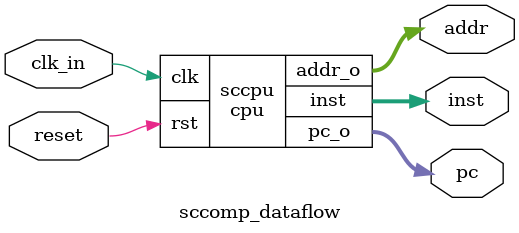
<source format=v>
`timescale 1ns/1ns
module PC(
  input clk,
  input rst,
  input wena,
  input [31:0] addr,
  output reg [31:0] pc
);

always @(posedge clk or posedge rst) begin
  if (rst) begin
    pc<=32'h00400000;
  end else if (wena) begin
    pc<=addr;
  end else begin
    pc<=pc+4;
  end
end
endmodule // PC

module IM(
  input [31:0] pc,
  output wire [31:0] instruction,
  output wire [31:0] pcout
);
wire [31:0] mpc;
assign mpc=pc-32'h00400000;
distMem IMem(
  .a(mpc[12:2]),
  .spo(instruction)
);
assign pcout=pc;
endmodule // IM

module DM(
  input clk,
  input wena,
  input [31:0] raddr,
  input [31:0] waddr,
  input [31:0] wdata,
  output [31:0] rdata
);
wire [31:0] mraddr;
wire [31:0] mwaddr;
assign mraddr=(raddr-32'h10010000)>>2;
assign mwaddr=(waddr-32'h10010000)>>2;
reg [31:0] DMem [0:65535];
assign rdata=DMem[mraddr];
always @(negedge clk) begin
  if (wena) begin
    DMem[mwaddr]<=wdata;
  end
end
endmodule // DM

module regfile(
  input clk,
  input rst,
  input wena,
  input [4:0]raddr1,
  input [4:0]raddr2,
  input [4:0]waddr,
  input [31:0] wdata,
  output [31:0] rdata1,
  output [31:0] rdata2
);
reg [31:0] array_reg [0:31];
assign rdata1=array_reg[raddr1];
assign rdata2=array_reg[raddr2];
always @(posedge rst) begin
  array_reg[0]<=0;
  array_reg[1]<=0;
  array_reg[2]<=0;
  array_reg[3]<=0;
  array_reg[4]<=0;
  array_reg[5]<=0;
  array_reg[6]<=0;
  array_reg[7]<=0;
  array_reg[8]<=0;
  array_reg[9]<=0;
  array_reg[10]<=0;
  array_reg[11]<=0;
  array_reg[12]<=0;
  array_reg[13]<=0;
  array_reg[14]<=0;
  array_reg[15]<=0;
  array_reg[16]<=0;
  array_reg[17]<=0;
  array_reg[18]<=0;
  array_reg[19]<=0;
  array_reg[20]<=0;
  array_reg[21]<=0;
  array_reg[22]<=0;
  array_reg[23]<=0;
  array_reg[24]<=0;
  array_reg[25]<=0;
  array_reg[26]<=0;
  array_reg[27]<=0;
  array_reg[28]<=0;
  array_reg[29]<=0;
  array_reg[30]<=0;
  array_reg[31]<=0;
end
always @(posedge clk) begin
  if (wena&&waddr) begin
    array_reg[waddr]<=wdata;
  end
end
endmodule // regfile

module ALU(
  input [31:0] lhs,
  input [31:0] rhs,
  input [3:0] aluop,
  output reg [31:0] res
);
wire [31:0] ulhs;
wire [31:0] urhs;
assign ulhs=lhs[31]?(~lhs+1):lhs;
assign urhs=rhs[31]?(~rhs+1):rhs;
always @(aluop or lhs or rhs) begin
  case (aluop)
    4'b0000: res=lhs+rhs;
    4'b0001: res=lhs-rhs;
    4'b0010: res=lhs&rhs;
    4'b0011: res=lhs|rhs;
    4'b0100: res=lhs^rhs;
    4'b0101: res=~(lhs|rhs);
    4'b0110: res=lhs[31]?(rhs[31]?urhs<ulhs:1):(rhs[31]?0:ulhs<urhs);
    4'b0111: res=lhs<rhs;
    4'b1000: res=lhs<<rhs;
    4'b1001: res=lhs>>rhs;
    4'b1010: res=({32{lhs[31]}}<<(32-rhs))|(lhs>>rhs);
    default: res=32'bz;
  endcase
end
endmodule // ALU


module ID_EXE(
  input [31:0] instruction,
  input [31:0] rdata1,
  input [31:0] rdata2,
  input [31:0] pc,
  input [31:0] rddata,
  output reg [4:0] raddr1,
  output reg [4:0] raddr2,
  output reg rwena,
  output reg [4:0] wraddr,
  output reg dwena,
  output reg [31:0] wddata,
  output reg [31:0] rdaddr,
  output reg pcwena,
  output reg [31:0] pcdata,
  output reg [3:0] aluop,
  output reg [31:0] lhs,
  output reg [31:0] rhs
);
wire [4:0] rs;
wire [4:0] rt;
wire [4:0] rd;
wire [31:0] npc;
assign rs=instruction[25:21];
assign rt=instruction[20:16];
assign rd=instruction[15:11];
assign npc=pc+4;
always @(*) begin
  if(instruction[31:26]==6'b000000) begin
    rwena=1;
    dwena=0;
    pcwena=0;
    raddr1=rs;
    raddr2=rt;
    wraddr=rd;
    lhs=rdata1;
    rhs=rdata2;
    case (instruction[5:0])
      6'b100000,6'b100001: aluop=4'b0000;
      6'b100010,6'b100011: aluop=4'b0001;
      6'b100100: aluop=4'b0010;
      6'b100101: aluop=4'b0011;
      6'b100110: aluop=4'b0100;
      6'b100111: aluop=4'b0101;
      6'b101010: aluop=4'b0110;
      6'b101011: aluop=4'b0111;
      6'b000000: begin
        aluop=4'b1000;
        lhs=rdata2;
        rhs={{27{1'b0}},instruction[10:6]};
      end
      6'b000010: begin
        aluop=4'b1001;
        lhs=rdata2;
        rhs={{27{1'b0}},instruction[10:6]};
      end
      6'b000011: begin
        aluop=4'b1010;
        lhs=rdata2;
        rhs={{27{1'b0}},instruction[10:6]};
      end
      6'b000100: begin
        aluop=4'b1000;
        lhs=rdata2;
        rhs=rdata1;
      end
      6'b000110: begin
        aluop=4'b1001;
        lhs=rdata2;
        rhs=rdata1;
      end
      6'b000111: begin
        aluop=4'b1010;
        lhs=rdata2;
        rhs=rdata1;
      end
      6'b001000: begin
        raddr1=rs;
        rwena=0;
        dwena=0;
        pcwena=1;
        pcdata=rdata1;
      end
      default: ;
    endcase
  end 
  else if (instruction[31:26]==6'b000010||instruction[31:26]==6'b000011) begin
    pcdata={npc[31:28],instruction[25:0],2'b00};
    pcwena=1;
    dwena=0;
    if(instruction[31:26]==6'b000011) begin
      rwena=1;
      lhs=pc;
      rhs=4;
      aluop=4'b0000;
      wraddr=5'b11111;
    end else begin
      rwena=0;
    end
  end else begin
    wraddr=rt;
    raddr1=rt;
    raddr2=rs;
    lhs=rdata2;
    rhs={{16{instruction[15]}},instruction[15:0]};
    if (instruction[31:26]==6'b101011) begin
      aluop=4'b0000;
      rwena=0;
      dwena=1;
      pcwena=0;
      wddata=rdata1;
    end else if(instruction[31:26]==6'b000100||instruction[31:26]==6'b000101) begin
      rwena=0;
      dwena=0;
      pcdata=pc+{{14{{instruction[15]}}},instruction[15:0],2'b0}+4;
      if (instruction[31:26]==6'b000100) begin
        pcwena=rdata1==rdata2;
      end else begin
        pcwena=rdata2!=rdata2;
      end
    end else begin
      pcwena=0;
      rwena=1;
      dwena=0;
      case (instruction[31:26])
        6'b001000,6'b001001: aluop=4'b0000;
        6'b001100: begin
          aluop=4'b0010;
          rhs={{16{1'b0}},instruction[15:0]};
        end
        6'b001101: begin
          aluop=4'b0011;
          rhs={{16{1'b0}},instruction[15:0]};
        end
        6'b001110: begin
          aluop=4'b0100;
          rhs={{16{1'b0}},instruction[15:0]};
        end
        6'b001111: begin
          aluop=4'b0000;
          lhs={instruction[15:0],{16{1'b0}}};
          rhs=0;
        end
        6'b100011: begin
          rdaddr=lhs+rhs;
          lhs=rddata;
          rhs=0;
          aluop=4'b0000;
        end
        6'b001010: aluop=4'b0110;
        6'b001011: aluop=4'b0111;
        default: ;
      endcase
    end
  end
end
endmodule // ID_EXE

module cpu(
  input clk,
  input rst,
  output [31:0] inst,
  output [31:0] pc_o,
  output [31:0] addr_o
);
wire [31:0] pc;
wire [31:0] instruction;
wire [31:0] pcout;
wire [31:0] rddata;
wire [31:0] rdata1;
wire [31:0] rdata2;
wire [31:0] res;
wire [4:0] raddr1;
wire [4:0] raddr2;
wire rwena;
wire [4:0] wraddr;
wire dwena;
wire [31:0] wddata;
wire [31:0] rdaddr;
wire pcwena;
wire [31:0] pcdata;
wire [3:0] aluop;
wire [31:0] lhs;
wire [31:0] rhs;
assign pc_o=pc;
assign inst=instruction;
assign addr_o=dwena?res:rdaddr;
PC pc_inst(
    .clk(clk),
    .rst(rst),
    .wena(pcwena),
    .addr(pcdata),
    .pc(pc)
);
IM im_inst(
    .pc(pc),
    .instruction(instruction),
    .pcout(pcout)
);
DM dm_inst(
    .clk(clk),
    .wena(dwena),
    .raddr(rdaddr),
    .waddr(res),
    .wdata(wddata),
    .rdata(rddata)
);
regfile cpu_ref(
    .clk(clk),
    .rst(rst),
    .wena(rwena),
    .raddr1(raddr1),
    .raddr2(raddr2),
    .waddr(wraddr),
    .wdata(res),
    .rdata1(rdata1),
    .rdata2(rdata2)
);
ALU alu_inst(
    .lhs(lhs),
    .rhs(rhs),
    .aluop(aluop),
    .res(res)
);
ID_EXE idExe_inst(
    .instruction(instruction),
    .rdata1(rdata1),
    .rdata2(rdata2),
    .pc(pcout),
    .rddata(rddata),
    .raddr1(raddr1),
    .raddr2(raddr2),
    .rwena(rwena),
    .wraddr(wraddr),
    .dwena(dwena),
    .wddata(wddata),
    .rdaddr(rdaddr),
    .pcwena(pcwena),
    .pcdata(pcdata),
    .aluop(aluop),
    .lhs(lhs),
    .rhs(rhs)
);
endmodule // cpu            

module sccomp_dataflow(
  input clk_in,
  input reset,
  output [31:0] inst,
  output [31:0] pc,
  output [31:0] addr
);
cpu sccpu(
  .clk(clk_in),
  .rst(reset),
  .inst(inst),
  .pc_o(pc),
  .addr_o(addr)
);
endmodule // sccomp_dataflow
</source>
